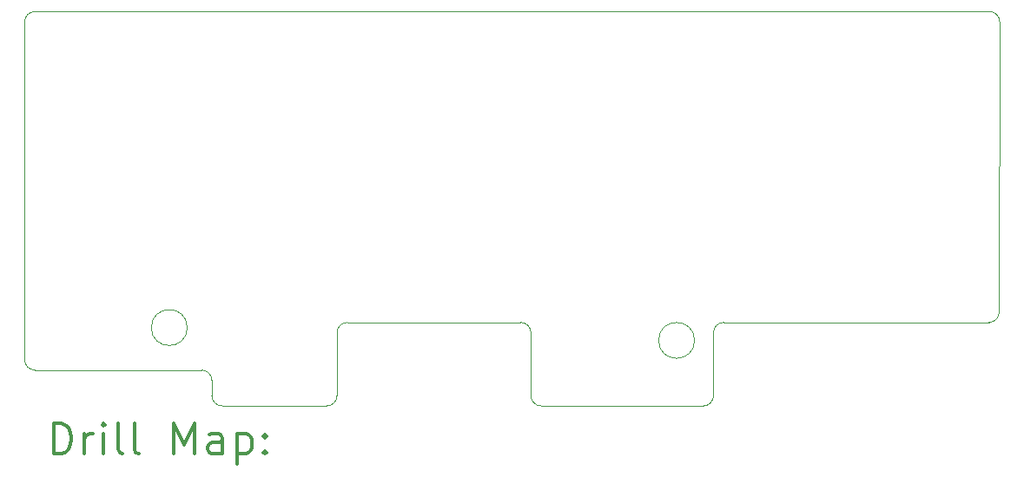
<source format=gbr>
%FSLAX45Y45*%
G04 Gerber Fmt 4.5, Leading zero omitted, Abs format (unit mm)*
G04 Created by KiCad (PCBNEW (5.1.10-1-10_14)) date 2021-07-05 16:23:32*
%MOMM*%
%LPD*%
G01*
G04 APERTURE LIST*
%TA.AperFunction,Profile*%
%ADD10C,0.050000*%
%TD*%
%ADD11C,0.200000*%
%ADD12C,0.300000*%
G04 APERTURE END LIST*
D10*
X14580000Y-8350000D02*
G75*
G03*
X14580000Y-8350000I-175000J0D01*
G01*
X9635000Y-8225000D02*
G75*
G03*
X9635000Y-8225000I-175000J0D01*
G01*
X8050000Y-5240000D02*
G75*
G02*
X8150000Y-5140000I100000J0D01*
G01*
X8150000Y-8640000D02*
G75*
G02*
X8050000Y-8540000I0J100000D01*
G01*
X9775000Y-8640000D02*
G75*
G02*
X9875000Y-8740000I0J-100000D01*
G01*
X9975000Y-8990000D02*
G75*
G02*
X9875000Y-8890000I0J100000D01*
G01*
X11095000Y-8890000D02*
G75*
G02*
X10995000Y-8990000I-100000J0D01*
G01*
X11095000Y-8275000D02*
G75*
G02*
X11195000Y-8175000I100000J0D01*
G01*
X12885000Y-8175000D02*
G75*
G02*
X12985000Y-8275000I0J-100000D01*
G01*
X13085000Y-8990000D02*
G75*
G02*
X12985000Y-8890000I0J100000D01*
G01*
X14765000Y-8890000D02*
G75*
G02*
X14665000Y-8990000I-100000J0D01*
G01*
X14765000Y-8275000D02*
G75*
G02*
X14865000Y-8175000I100000J0D01*
G01*
X17550000Y-8075000D02*
G75*
G02*
X17450000Y-8175000I-100000J0D01*
G01*
X17455000Y-5140000D02*
G75*
G02*
X17555000Y-5240000I0J-100000D01*
G01*
X8050000Y-5240000D02*
X8050000Y-8540000D01*
X17455000Y-5140000D02*
X8150000Y-5140000D01*
X8150000Y-8640000D02*
X9775000Y-8640000D01*
X9875000Y-8890000D02*
X9875000Y-8740000D01*
X10995000Y-8990000D02*
X9975000Y-8990000D01*
X11095000Y-8275000D02*
X11095000Y-8890000D01*
X12885000Y-8175000D02*
X11195000Y-8175000D01*
X12985000Y-8890000D02*
X12985000Y-8275000D01*
X14665000Y-8990000D02*
X13085000Y-8990000D01*
X14765000Y-8275000D02*
X14765000Y-8890000D01*
X14880000Y-8175000D02*
X14865000Y-8175000D01*
X17450000Y-8175000D02*
X14880000Y-8175000D01*
X17555000Y-5240000D02*
X17550000Y-8075000D01*
D11*
D12*
X8333928Y-9458214D02*
X8333928Y-9158214D01*
X8405357Y-9158214D01*
X8448214Y-9172500D01*
X8476786Y-9201072D01*
X8491071Y-9229643D01*
X8505357Y-9286786D01*
X8505357Y-9329643D01*
X8491071Y-9386786D01*
X8476786Y-9415357D01*
X8448214Y-9443929D01*
X8405357Y-9458214D01*
X8333928Y-9458214D01*
X8633928Y-9458214D02*
X8633928Y-9258214D01*
X8633928Y-9315357D02*
X8648214Y-9286786D01*
X8662500Y-9272500D01*
X8691071Y-9258214D01*
X8719643Y-9258214D01*
X8819643Y-9458214D02*
X8819643Y-9258214D01*
X8819643Y-9158214D02*
X8805357Y-9172500D01*
X8819643Y-9186786D01*
X8833928Y-9172500D01*
X8819643Y-9158214D01*
X8819643Y-9186786D01*
X9005357Y-9458214D02*
X8976786Y-9443929D01*
X8962500Y-9415357D01*
X8962500Y-9158214D01*
X9162500Y-9458214D02*
X9133928Y-9443929D01*
X9119643Y-9415357D01*
X9119643Y-9158214D01*
X9505357Y-9458214D02*
X9505357Y-9158214D01*
X9605357Y-9372500D01*
X9705357Y-9158214D01*
X9705357Y-9458214D01*
X9976786Y-9458214D02*
X9976786Y-9301072D01*
X9962500Y-9272500D01*
X9933928Y-9258214D01*
X9876786Y-9258214D01*
X9848214Y-9272500D01*
X9976786Y-9443929D02*
X9948214Y-9458214D01*
X9876786Y-9458214D01*
X9848214Y-9443929D01*
X9833928Y-9415357D01*
X9833928Y-9386786D01*
X9848214Y-9358214D01*
X9876786Y-9343929D01*
X9948214Y-9343929D01*
X9976786Y-9329643D01*
X10119643Y-9258214D02*
X10119643Y-9558214D01*
X10119643Y-9272500D02*
X10148214Y-9258214D01*
X10205357Y-9258214D01*
X10233928Y-9272500D01*
X10248214Y-9286786D01*
X10262500Y-9315357D01*
X10262500Y-9401072D01*
X10248214Y-9429643D01*
X10233928Y-9443929D01*
X10205357Y-9458214D01*
X10148214Y-9458214D01*
X10119643Y-9443929D01*
X10391071Y-9429643D02*
X10405357Y-9443929D01*
X10391071Y-9458214D01*
X10376786Y-9443929D01*
X10391071Y-9429643D01*
X10391071Y-9458214D01*
X10391071Y-9272500D02*
X10405357Y-9286786D01*
X10391071Y-9301072D01*
X10376786Y-9286786D01*
X10391071Y-9272500D01*
X10391071Y-9301072D01*
M02*

</source>
